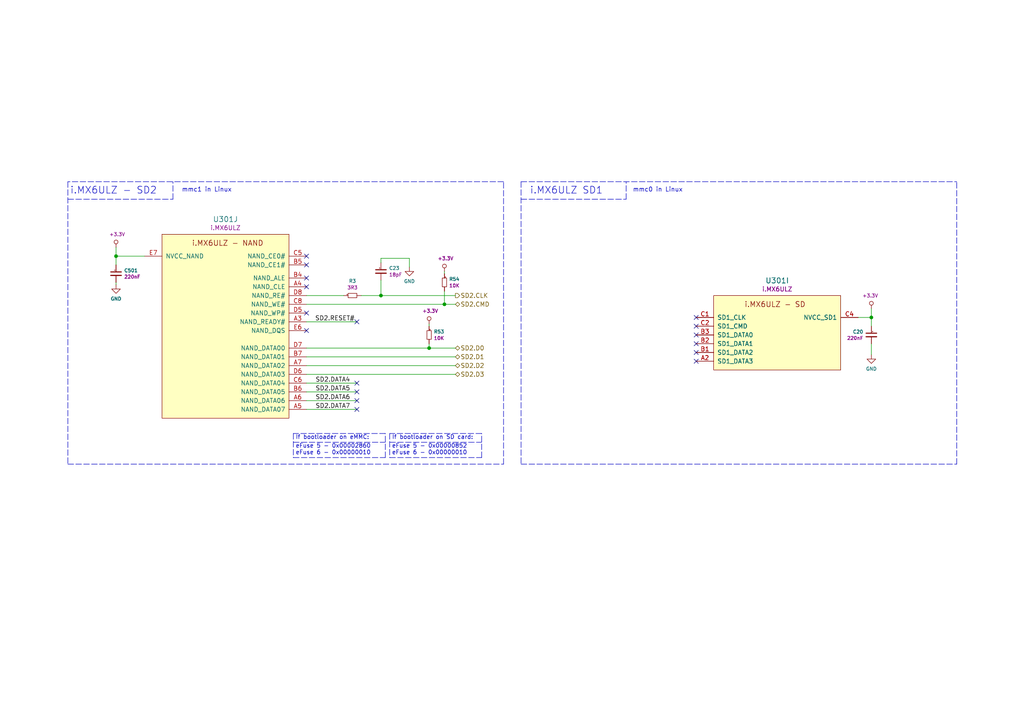
<source format=kicad_sch>
(kicad_sch (version 20211123) (generator eeschema)
  (paper "A4")
  (title_block (title "EX-PCB-10108-001") (date "2021-07-27") (rev "A") (company "OHN Electronics Inc.") (comment 1 "Uses NXP i.MX6ULx core design licensed from PolyVection UG, Germany") (comment 2 "Organelle 2 Processor board") (comment 4 "EX-PCB-10108-001 - Schematics"))
  (lib_symbols
    (symbol "PV-EC-CAP-011:PV-EC-CAP-011-220N" (pin_numbers hide) (pin_names (offset 0.254) hide)
      (property "Reference" "C" (at 2.54 1.27 0))
      (property "Description" "220nF" (at 2.54 0 0))
      (symbol "PV-EC-CAP-011-220N_0_1"
        (circle (center -0.381 0.9906) (radius 0.0762))
        (polyline (pts (xy -1.524 -0.508) (xy 1.524 -0.508)) (stroke (width 0.3302)))
        (polyline (pts (xy -1.524 0.508) (xy 1.524 0.508)) (stroke (width 0.3048)))
      )
      (symbol "PV-EC-CAP-011-220N_1_1"
        (pin passive line (at 0 2.54 270) (length 1.905) (name "~") (number "1"))
        (pin passive line (at 0 -2.54 90) (length 2.032) (name "~") (number "2"))
      )
    )
    (symbol "PV-EC-CAP-014:PV-EC-CAP-014-18P" (pin_numbers hide) (pin_names (offset 0.254) hide)
      (property "Reference" "C" (at 2.54 1.27 0))
      (property "Description" "18pF" (at 2.54 0 0))
      (symbol "PV-EC-CAP-014-18P_0_1"
        (circle (center -0.381 0.9906) (radius 0.0762))
        (polyline (pts (xy -1.524 -0.508) (xy 1.524 -0.508)) (stroke (width 0.3302)))
        (polyline (pts (xy -1.524 0.508) (xy 1.524 0.508)) (stroke (width 0.3048)))
      )
      (symbol "PV-EC-CAP-014-18P_1_1"
        (pin passive line (at 0 2.54 270) (length 1.905) (name "~") (number "1"))
        (pin passive line (at 0 -2.54 90) (length 2.032) (name "~") (number "2"))
      )
    )
    (symbol "PV-EC-PWR-003:+3.3V_INPUT" (power) (pin_names (offset 0))
      (property "Description" "+3.3V" (at 0 3.175 0))
      (symbol "+3.3V_INPUT_0_0"
        (pin power_in line (at 0 0 90) (length 0) hide (name "+3.3V") (number "1"))
      )
      (symbol "+3.3V_INPUT_0_1"
        (polyline (pts (xy 0 0) (xy 0 1.016) (xy 0 1.016)))
        (circle (center 0 1.5748) (radius 0.5588))
      )
    )
    (symbol "PV-EC-PWR-003:GND" (power) (pin_names (offset 0))
      (property "Value" "PV-EC-PWR-003_GND" (at 0 -3.81 0))
      (symbol "GND_0_1"
        (polyline (pts (xy 0 0) (xy 0 -1.27) (xy 1.27 -1.27) (xy 0 -2.54) (xy -1.27 -1.27) (xy 0 -1.27)))
      )
      (symbol "GND_1_1"
        (pin power_in line (at 0 0 270) (length 0) hide (name "GND") (number "1"))
      )
    )
    (symbol "PV-EC-RES-007:PV-EC-RES-007-10K" (pin_names hide)
      (property "Reference" "R" (at 0 2.54 0))
      (property "Description" "10K" (at 0 1.27 0))
      (symbol "PV-EC-RES-007-10K_0_1"
        (circle (center -1.5494 0.2794) (radius 0.0762))
        (polyline (pts (xy -1.27 0) (xy -1.27 0.635) (xy 1.27 0.635) (xy 1.27 -0.635) (xy -1.27 -0.635) (xy -1.27 0)))
      )
      (symbol "PV-EC-RES-007-10K_1_1"
        (pin passive line (at -2.54 0 0) (length 1.27) (name "1") (number "1"))
        (pin passive line (at 2.54 0 180) (length 1.27) (name "2") (number "2"))
      )
    )
    (symbol "PV-EC-RES-007:PV-EC-RES-007-3R3" (pin_names hide)
      (property "Reference" "R" (at 0 2.54 0))
      (property "Description" "3R3" (at 0 1.27 0))
      (symbol "PV-EC-RES-007-3R3_0_1"
        (circle (center -1.5494 0.2794) (radius 0.0762))
        (polyline (pts (xy -1.27 0) (xy -1.27 0.635) (xy 1.27 0.635) (xy 1.27 -0.635) (xy -1.27 -0.635) (xy -1.27 0)))
      )
      (symbol "PV-EC-RES-007-3R3_1_1"
        (pin passive line (at -2.54 0 0) (length 1.27) (name "1") (number "1"))
        (pin passive line (at 2.54 0 180) (length 1.27) (name "2") (number "2"))
      )
    )
    (symbol "PV-EC-SOC-003:PV-EC-SOC-003-004" (pin_names (offset 1.016))
      (property "Reference" "U" (at 0 76.2 0))
      (property "Description" "i.MX6ULZ" (at 0 73.66 0))
      (symbol "PV-EC-SOC-003-004_1_1"
        (rectangle (start -24.13 71.12) (end 24.13 -71.12) (fill (type background)))
        (text "i.MX6ULZ - POWER" (at 0 68.58 0) (effects (font (size 1.524 1.524))))
        (pin power_in line (at -29.21 -10.16 0) (length 5.08) (name "VSS1") (number "A1"))
        (pin power_in line (at -29.21 -12.7 0) (length 5.08) (name "VSS2") (number "A17"))
        (pin power_in line (at -29.21 -20.32 0) (length 5.08) (name "VSS5") (number "C11"))
        (pin power_in line (at -29.21 -22.86 0) (length 5.08) (name "VSS6") (number "C15"))
        (pin power_in line (at -29.21 -15.24 0) (length 5.08) (name "VSS3") (number "C3"))
        (pin power_in line (at -29.21 -17.78 0) (length 5.08) (name "VSS4") (number "C7"))
        (pin power_in line (at -29.21 -27.94 0) (length 5.08) (name "VSS8") (number "E11"))
        (pin power_in line (at -29.21 -25.4 0) (length 5.08) (name "VSS7") (number "E8"))
        (pin power_in line (at -29.21 -40.64 0) (length 5.08) (name "VSS13") (number "F10"))
        (pin power_in line (at -29.21 -43.18 0) (length 5.08) (name "VSS14") (number "F11"))
        (pin power_in line (at -29.21 -45.72 0) (length 5.08) (name "VSS15") (number "F12"))
        (pin power_in line (at -29.21 -30.48 0) (length 5.08) (name "VSS9") (number "F6"))
        (pin power_in line (at -29.21 -33.02 0) (length 5.08) (name "VSS10") (number "F7"))
        (pin power_in line (at -29.21 -35.56 0) (length 5.08) (name "VSS11") (number "F8"))
        (pin power_in line (at -29.21 -38.1 0) (length 5.08) (name "VSS12") (number "F9"))
        (pin passive line (at 29.21 58.42 180) (length 5.08) (name "VDD_ARM_CAP2") (number "G10"))
        (pin passive line (at 29.21 55.88 180) (length 5.08) (name "VDD_ARM_CAP3") (number "G11"))
        (pin power_in line (at -29.21 -55.88 0) (length 5.08) (name "VSS19") (number "G12"))
        (pin power_in line (at -29.21 -58.42 0) (length 5.08) (name "VSS20") (number "G15"))
        (pin power_in line (at -29.21 -48.26 0) (length 5.08) (name "VSS16") (number "G3"))
        (pin power_in line (at -29.21 -50.8 0) (length 5.08) (name "VSS17") (number "G5"))
        (pin power_in line (at -29.21 -53.34 0) (length 5.08) (name "VSS18") (number "G7"))
        (pin power_out line (at 29.21 48.26 180) (length 5.08) (name "VDD_SOC_CAP1") (number "G8"))
        (pin power_out line (at 29.21 60.96 180) (length 5.08) (name "VDD_ARM_CAP1") (number "G9"))
        (pin power_in line (at -29.21 44.45 0) (length 5.08) (name "VDD_SOC_IN2") (number "H10"))
        (pin passive line (at 29.21 53.34 180) (length 5.08) (name "VDD_ARM_CAP4") (number "H11"))
        (pin power_in line (at -29.21 -63.5 0) (length 5.08) (name "VSS22") (number "H12"))
        (pin power_in line (at -29.21 -60.96 0) (length 5.08) (name "VSS21") (number "H7"))
        (pin passive line (at 29.21 45.72 180) (length 5.08) (name "VDD_ARM_CAP2") (number "H8"))
        (pin power_in line (at -29.21 46.99 0) (length 5.08) (name "VDD_SOC_IN1") (number "H9"))
        (pin power_in line (at -29.21 39.37 0) (length 5.08) (name "VDD_SOC_IN4") (number "J10"))
        (pin passive line (at 29.21 40.64 180) (length 5.08) (name "VDD_ARM_CAP4") (number "J11"))
        (pin power_in line (at 29.21 -63.5 180) (length 5.08) (name "VSS25") (number "J12"))
        (pin power_in line (at -29.21 -66.04 0) (length 5.08) (name "VSS23") (number "J5"))
        (pin power_in line (at 29.21 -66.04 180) (length 5.08) (name "VSS24") (number "J7"))
        (pin passive line (at 29.21 43.18 180) (length 5.08) (name "VDD_ARM_CAP3") (number "J8"))
        (pin power_in line (at -29.21 41.91 0) (length 5.08) (name "VDD_SOC_IN3") (number "J9"))
        (pin power_in line (at -29.21 34.29 0) (length 5.08) (name "VDD_SOC_IN6") (number "K10"))
        (pin passive line (at 29.21 35.56 180) (length 5.08) (name "VDD_ARM_CAP6") (number "K11"))
        (pin power_in line (at 29.21 -58.42 180) (length 5.08) (name "VSS27") (number "K12"))
        (pin power_in line (at 29.21 -60.96 180) (length 5.08) (name "VSS26") (number "K7"))
        (pin passive line (at 29.21 38.1 180) (length 5.08) (name "VDD_ARM_CAP5") (number "K8"))
        (pin power_in line (at -29.21 36.83 0) (length 5.08) (name "VDD_SOC_IN5") (number "K9"))
        (pin passive line (at 29.21 27.94 180) (length 5.08) (name "VDD_ARM_CAP9") (number "L10"))
        (pin passive line (at 29.21 25.4 180) (length 5.08) (name "VDD_ARM_CAP10") (number "L11"))
        (pin power_in line (at 29.21 -50.8 180) (length 5.08) (name "VSS30") (number "L12"))
        (pin power_in line (at 29.21 -55.88 180) (length 5.08) (name "VSS28") (number "L3"))
        (pin power_in line (at 29.21 -53.34 180) (length 5.08) (name "VSS29") (number "L7"))
        (pin passive line (at 29.21 33.02 180) (length 5.08) (name "VDD_ARM_CAP7") (number "L8"))
        (pin passive line (at 29.21 30.48 180) (length 5.08) (name "VDD_ARM_CAP8") (number "L9"))
        (pin power_in line (at 29.21 -40.64 180) (length 5.08) (name "VSS34") (number "M10"))
        (pin power_in line (at 29.21 -38.1 180) (length 5.08) (name "VSS35") (number "M11"))
        (pin power_in line (at -29.21 -7.62 0) (length 5.08) (name "NGND_KEL0") (number "M12"))
        (pin power_in line (at 29.21 -48.26 180) (length 5.08) (name "VSS31") (number "M7"))
        (pin power_in line (at 29.21 -45.72 180) (length 5.08) (name "VSS32") (number "M8"))
        (pin power_in line (at 29.21 -43.18 180) (length 5.08) (name "VSS33") (number "M9"))
        (pin power_out line (at 29.21 6.35 180) (length 5.08) (name "VDD_SNVS_CAP") (number "N12"))
        (pin power_in line (at -29.21 17.78 0) (length 5.08) (name "VDD_HIGH_IN") (number "N13"))
        (pin power_in line (at 29.21 -35.56 180) (length 5.08) (name "VSS36") (number "N3"))
        (pin power_in line (at 29.21 -33.02 180) (length 5.08) (name "VSS37") (number "N5"))
        (pin power_in line (at -29.21 6.35 0) (length 5.08) (name "VDD_SNVS_IN") (number "P12"))
        (pin power_out line (at 29.21 11.43 180) (length 5.08) (name "NVCC_PLL") (number "P13"))
        (pin power_in line (at 29.21 -22.86 180) (length 5.08) (name "VSS41") (number "R11"))
        (pin power_out line (at 29.21 19.05 180) (length 5.08) (name "VDD_HIGH_CAP1") (number "R14"))
        (pin passive line (at 29.21 16.51 180) (length 5.08) (name "VDD_HIGH_CAP2") (number "R15"))
        (pin power_in line (at 29.21 -20.32 180) (length 5.08) (name "VSS42") (number "R16"))
        (pin power_in line (at 29.21 -17.78 180) (length 5.08) (name "VSS43") (number "R17"))
        (pin power_in line (at 29.21 -30.48 180) (length 5.08) (name "VSS38") (number "R3"))
        (pin power_in line (at 29.21 -27.94 180) (length 5.08) (name "VSS39") (number "R5"))
        (pin power_in line (at 29.21 -25.4 180) (length 5.08) (name "VSS40") (number "R7"))
        (pin power_in line (at 29.21 -15.24 180) (length 5.08) (name "VSS44") (number "T14"))
        (pin power_in line (at 29.21 -12.7 180) (length 5.08) (name "VSS45") (number "U1"))
        (pin power_in line (at 29.21 -10.16 180) (length 5.08) (name "VSS46") (number "U14"))
        (pin power_in line (at 29.21 -7.62 180) (length 5.08) (name "VSS47") (number "U17"))
      )
      (symbol "PV-EC-SOC-003-004_2_1"
        (rectangle (start -27.94 50.8) (end 27.94 -44.45) (fill (type background)))
        (polyline (pts (xy 11.43 -38.1) (xy 11.43 -43.18)))
        (text "i.MX6ULZ - CONTROL" (at 0 48.26 0) (effects (font (size 1.524 1.524))))
        (text "ULZ: GPIO ONLY" (at 2.54 -40.64 0) (effects (font (size 1.27 1.27))))
        (pin bidirectional line (at 33.02 -39.37 180) (length 5.08) (name "UART5_TX_DATA") (number "F17"))
        (pin bidirectional line (at 33.02 -41.91 180) (length 5.08) (name "UART5_RX_DATA") (number "G13"))
        (pin bidirectional line (at 33.02 -24.13 180) (length 5.08) (name "UART3_RTS#") (number "G14"))
        (pin bidirectional line (at 33.02 -34.29 180) (length 5.08) (name "UART4_RX_DATA") (number "G16"))
        (pin bidirectional line (at 33.02 -31.75 180) (length 5.08) (name "UART4_TX_DATA") (number "G17"))
        (pin power_in line (at 33.02 11.43 180) (length 5.08) (name "NVCC_UART") (number "H13"))
        (pin output line (at 33.02 -11.43 180) (length 5.08) (name "UART2_RTS#") (number "H14"))
        (pin bidirectional line (at 33.02 -26.67 180) (length 5.08) (name "UART3_CTS#") (number "H15"))
        (pin bidirectional line (at 33.02 -21.59 180) (length 5.08) (name "UART3_RX_DATA") (number "H16"))
        (pin output line (at 33.02 -19.05 180) (length 5.08) (name "UART3_TX_DATA") (number "H17"))
        (pin bidirectional line (at 33.02 1.27 180) (length 5.08) (name "UART1_RTS#") (number "J14"))
        (pin bidirectional line (at 33.02 -13.97 180) (length 5.08) (name "UART2_CTS#") (number "J15"))
        (pin bidirectional line (at 33.02 -8.89 180) (length 5.08) (name "UART2_RX_DATA") (number "J16"))
        (pin bidirectional line (at 33.02 -6.35 180) (length 5.08) (name "UART2_TX_DATA") (number "J17"))
        (pin bidirectional line (at 33.02 6.35 180) (length 5.08) (name "UART1_TX_DATA") (number "K14"))
        (pin bidirectional line (at 33.02 -1.27 180) (length 5.08) (name "UART1_CTS#") (number "K15"))
        (pin bidirectional line (at 33.02 3.81 180) (length 5.08) (name "UART1_RX_DATA") (number "K16"))
        (pin bidirectional line (at 33.02 43.18 180) (length 5.08) (name "JTAG_TCK") (number "M14"))
        (pin bidirectional line (at -33.02 11.43 0) (length 5.08) (name "SNVS_TAMPER7") (number "N10"))
        (pin bidirectional line (at -33.02 13.97 0) (length 5.08) (name "SNVS_TAMPER6") (number "N11"))
        (pin bidirectional line (at 33.02 33.02 180) (length 5.08) (name "JTAG_TRST#") (number "N14"))
        (pin bidirectional line (at 33.02 35.56 180) (length 5.08) (name "JTAG_TDO") (number "N15"))
        (pin bidirectional line (at 33.02 38.1 180) (length 5.08) (name "JTAG_TDI") (number "N16"))
        (pin passive line (at -33.02 34.29 0) (length 5.08) (name "TEST_MODE") (number "N7"))
        (pin bidirectional line (at -33.02 16.51 0) (length 5.08) (name "SNVS_TAMPER5") (number "N8"))
        (pin bidirectional line (at -33.02 8.89 0) (length 5.08) (name "SNVS_TAMPER8") (number "N9"))
        (pin bidirectional line (at -33.02 21.59 0) (length 5.08) (name "SNVS_TAMPER3") (number "P10"))
        (pin bidirectional line (at -33.02 24.13 0) (length 5.08) (name "SNVS_TAMPER2") (number "P11"))
        (pin bidirectional line (at 33.02 40.64 180) (length 5.08) (name "JTAG_TMS") (number "P14"))
        (pin bidirectional line (at 33.02 30.48 180) (length 5.08) (name "JTAG_MOD") (number "P15"))
        (pin bidirectional line (at 33.02 22.86 180) (length 5.08) (name "CCM_CLK1_N") (number "P16"))
        (pin bidirectional line (at 33.02 20.32 180) (length 5.08) (name "CCM_CLK1_P") (number "P17"))
        (pin input line (at -33.02 43.18 0) (length 5.08) (name "POR#") (number "P8"))
        (pin bidirectional line (at -33.02 19.05 0) (length 5.08) (name "SNVS_TAMPER4") (number "P9"))
        (pin bidirectional line (at -33.02 29.21 0) (length 5.08) (name "SNVS_TAMPER0") (number "R10"))
        (pin no_connect line (at -33.02 -34.29 0) (length 5.08) (name "GPANAIO") (number "R13"))
        (pin bidirectional line (at -33.02 6.35 0) (length 5.08) (name "SNVS_TAMPER9") (number "R6"))
        (pin input line (at -33.02 45.72 0) (length 5.08) (name "ONOFF") (number "R8"))
        (pin bidirectional line (at -33.02 26.67 0) (length 5.08) (name "SNVS_TAMPER1") (number "R9"))
        (pin bidirectional line (at -33.02 39.37 0) (length 5.08) (name "BOOT_MODE0") (number "T10"))
        (pin input line (at -33.02 -22.86 0) (length 5.08) (name "RTC_XTALI") (number "T11"))
        (pin input line (at -33.02 -13.97 0) (length 5.08) (name "XTALI") (number "T16"))
        (pin output line (at -33.02 -16.51 0) (length 5.08) (name "XTALO") (number "T17"))
        (pin output line (at -33.02 -8.89 0) (length 5.08) (name "SNVS_PMIC_ON_REQ") (number "T9"))
        (pin bidirectional line (at -33.02 36.83 0) (length 5.08) (name "BOOT_MODE1") (number "U10"))
        (pin output line (at -33.02 -25.4 0) (length 5.08) (name "RTC_XTALO") (number "U11"))
        (pin output line (at -33.02 -6.35 0) (length 5.08) (name "CCM_PMIC_STBY_REQ") (number "U9"))
      )
      (symbol "PV-EC-SOC-003-004_3_1"
        (rectangle (start -27.94 58.42) (end 27.94 -45.72) (fill (type background)))
        (text "i.MX6ULZ - DDR" (at -1.27 55.88 0) (effects (font (size 1.524 1.524))))
        (pin output line (at 33.02 -8.89 180) (length 5.08) (name "DRAM_ODT1") (number "F1"))
        (pin output line (at -33.02 16.51 0) (length 5.08) (name "DRAM_ADDR14") (number "G1"))
        (pin output line (at -33.02 36.83 0) (length 5.08) (name "DRAM_ADDR06") (number "G2"))
        (pin output line (at -33.02 -29.21 0) (length 5.08) (name "DRAM_RESET") (number "G4"))
        (pin power_in line (at 33.02 -27.94 180) (length 5.08) (name "NVCC_DRAM1") (number "G6"))
        (pin output line (at -33.02 6.35 0) (length 5.08) (name "DRAM_SDBA1") (number "H1"))
        (pin output line (at -33.02 49.53 0) (length 5.08) (name "DRAM_ADDR01") (number "H2"))
        (pin output line (at -33.02 19.05 0) (length 5.08) (name "DRAM_ADDR13") (number "H3"))
        (pin output line (at -33.02 34.29 0) (length 5.08) (name "DRAM_ADDR07") (number "H4"))
        (pin output line (at -33.02 -6.35 0) (length 5.08) (name "DRAM_CS1#") (number "H5"))
        (pin power_in line (at 33.02 -30.48 180) (length 5.08) (name "NVCC_DRAM2") (number "H6"))
        (pin bidirectional line (at -33.02 -15.24 0) (length 5.08) (name "DRAM_SDWE#") (number "J1"))
        (pin bidirectional line (at -33.02 -12.7 0) (length 5.08) (name "DRAM_CAS#") (number "J2"))
        (pin output line (at 33.02 -16.51 180) (length 5.08) (name "DRAM_SDCKE1") (number "J3"))
        (pin output line (at -33.02 31.75 0) (length 5.08) (name "DRAM_ADDR08") (number "J4"))
        (pin power_in line (at 33.02 -33.02 180) (length 5.08) (name "NVCC_DRAM3") (number "J6"))
        (pin output line (at -33.02 46.99 0) (length 5.08) (name "DRAM_ADDR02") (number "K1"))
        (pin output line (at -33.02 3.81 0) (length 5.08) (name "DRAM_SDBA2") (number "K2"))
        (pin output line (at -33.02 24.13 0) (length 5.08) (name "DRAM_ADDR11") (number "K3"))
        (pin output line (at -33.02 41.91 0) (length 5.08) (name "DRAM_ADDR04") (number "K4"))
        (pin output line (at -33.02 13.97 0) (length 5.08) (name "DRAM_ADDR15") (number "K5"))
        (pin power_in line (at 33.02 -35.56 180) (length 5.08) (name "NVCC_DRAM4") (number "K6"))
        (pin output line (at -33.02 39.37 0) (length 5.08) (name "DRAM_ADDR05") (number "L1"))
        (pin output line (at -33.02 29.21 0) (length 5.08) (name "DRAM_ADDR09") (number "L2"))
        (pin output line (at -33.02 21.59 0) (length 5.08) (name "DRAM_ADDR12") (number "L4"))
        (pin output line (at -33.02 52.07 0) (length 5.08) (name "DRAM_ADDR00") (number "L5"))
        (pin power_in line (at 33.02 -38.1 180) (length 5.08) (name "NVCC_DRAM5") (number "L6"))
        (pin output line (at -33.02 8.89 0) (length 5.08) (name "DRAM_SDBA0") (number "M1"))
        (pin output line (at -33.02 44.45 0) (length 5.08) (name "DRAM_ADDR03") (number "M2"))
        (pin output line (at 33.02 -19.05 180) (length 5.08) (name "DRAM_SDCKE0") (number "M3"))
        (pin output line (at -33.02 26.67 0) (length 5.08) (name "DRAM_ADDR10") (number "M4"))
        (pin bidirectional line (at -33.02 -10.16 0) (length 5.08) (name "DRAM_RAS#") (number "M5"))
        (pin power_in line (at 33.02 -40.64 180) (length 5.08) (name "NVCC_DRAM6") (number "M6"))
        (pin output line (at 33.02 -11.43 180) (length 5.08) (name "DRAM_ODT0") (number "N1"))
        (pin output line (at -33.02 -3.81 0) (length 5.08) (name "DRAM_CS0#") (number "N2"))
        (pin output line (at -33.02 -33.02 0) (length 5.08) (name "DRAM_ZQPAD") (number "N4"))
        (pin input line (at -33.02 -36.83 0) (length 5.08) (name "NVCC_DRAM_2P5") (number "N6"))
        (pin output line (at -33.02 -20.32 0) (length 5.08) (name "DRAM_SDCLK0_P") (number "P1"))
        (pin output line (at -33.02 -22.86 0) (length 5.08) (name "DRAM_SDCLK0_N") (number "P2"))
        (pin bidirectional line (at 33.02 10.16 180) (length 5.08) (name "DRAM_DATA13") (number "P3"))
        (pin power_in line (at -33.02 -40.64 0) (length 5.08) (name "DRAM_VREF") (number "P4"))
        (pin bidirectional line (at 33.02 12.7 180) (length 5.08) (name "DRAM_DATA12") (number "P5"))
        (pin output line (at 33.02 31.75 180) (length 5.08) (name "DRAM_SDQS0_P") (number "P6"))
        (pin output line (at 33.02 29.21 180) (length 5.08) (name "DRAM_SDQS0_N") (number "P7"))
        (pin bidirectional line (at 33.02 5.08 180) (length 5.08) (name "DRAM_DATA15") (number "R1"))
        (pin bidirectional line (at 33.02 7.62 180) (length 5.08) (name "DRAM_DATA14") (number "R2"))
        (pin bidirectional line (at 33.02 15.24 180) (length 5.08) (name "DRAM_DATA11") (number "R4"))
        (pin output line (at 33.02 2.54 180) (length 5.08) (name "DRAM_SDQS1_P") (number "T1"))
        (pin output line (at 33.02 0 180) (length 5.08) (name "DRAM_SDQS1_N") (number "T2"))
        (pin output line (at 33.02 -2.54 180) (length 5.08) (name "DRAM_DQM1") (number "T3"))
        (pin bidirectional line (at 33.02 52.07 180) (length 5.08) (name "DRAM_DATA00") (number "T4"))
        (pin bidirectional line (at 33.02 36.83 180) (length 5.08) (name "DRAM_DATA06") (number "T5"))
        (pin bidirectional line (at 33.02 46.99 180) (length 5.08) (name "DRAM_DATA02") (number "T6"))
        (pin output line (at 33.02 26.67 180) (length 5.08) (name "DRAM_DQM0") (number "T7"))
        (pin bidirectional line (at 33.02 39.37 180) (length 5.08) (name "DRAM_DATA05") (number "T8"))
        (pin bidirectional line (at 33.02 22.86 180) (length 5.08) (name "DRAM_DATA08") (number "U2"))
        (pin bidirectional line (at 33.02 20.32 180) (length 5.08) (name "DRAM_DATA09") (number "U3"))
        (pin bidirectional line (at 33.02 34.29 180) (length 5.08) (name "DRAM_DATA07") (number "U4"))
        (pin bidirectional line (at 33.02 17.78 180) (length 5.08) (name "DRAM_DATA10") (number "U5"))
        (pin bidirectional line (at 33.02 49.53 180) (length 5.08) (name "DRAM_DATA01") (number "U6"))
        (pin bidirectional line (at 33.02 44.45 180) (length 5.08) (name "DRAM_DATA03") (number "U7"))
        (pin bidirectional line (at 33.02 41.91 180) (length 5.08) (name "DRAM_DATA04") (number "U8"))
      )
      (symbol "PV-EC-SOC-003-004_4_0"
        (rectangle (start -6.35 39.37) (end 8.89 36.83))
      )
      (symbol "PV-EC-SOC-003-004_4_1"
        (rectangle (start -16.51 57.15) (end 20.32 -25.4) (fill (type background)))
        (text "i.MX6ULZ - LCD" (at 1.27 54.61 0) (effects (font (size 1.524 1.524))))
        (text "ULZ: NO LCD" (at 1.27 38.1 0) (effects (font (size 1.27 1.27))))
        (pin bidirectional line (at 25.4 20.32 180) (length 5.08) (name "LCD_DATA06") (number "A10"))
        (pin bidirectional line (at 25.4 12.7 180) (length 5.08) (name "LCD_DATA09") (number "A11"))
        (pin bidirectional line (at 25.4 0 180) (length 5.08) (name "LCD_DATA14") (number "A12"))
        (pin bidirectional line (at 25.4 -10.16 180) (length 5.08) (name "LCD_DATA18") (number "A13"))
        (pin bidirectional line (at 25.4 -20.32 180) (length 5.08) (name "LCD_DATA22") (number "A14"))
        (pin bidirectional line (at 25.4 50.8 180) (length 5.08) (name "LCD_CLK") (number "A8"))
        (pin bidirectional line (at 25.4 33.02 180) (length 5.08) (name "LCD_DATA01") (number "A9"))
        (pin bidirectional line (at 25.4 22.86 180) (length 5.08) (name "LCD_DATA05") (number "B10"))
        (pin bidirectional line (at 25.4 15.24 180) (length 5.08) (name "LCD_DATA08") (number "B11"))
        (pin bidirectional line (at 25.4 2.54 180) (length 5.08) (name "LCD_DATA13") (number "B12"))
        (pin bidirectional line (at 25.4 -7.62 180) (length 5.08) (name "LCD_DATA17") (number "B13"))
        (pin bidirectional line (at 25.4 -17.78 180) (length 5.08) (name "LCD_DATA21") (number "B14"))
        (pin bidirectional line (at 25.4 -22.86 180) (length 5.08) (name "LCD_DATA23") (number "B16"))
        (pin bidirectional line (at 25.4 48.26 180) (length 5.08) (name "LCD_ENABLE") (number "B8"))
        (pin bidirectional line (at 25.4 35.56 180) (length 5.08) (name "LCD_DATA00") (number "B9"))
        (pin bidirectional line (at 25.4 25.4 180) (length 5.08) (name "LCD_DATA04") (number "C10"))
        (pin bidirectional line (at 25.4 5.08 180) (length 5.08) (name "LCD_DATA12") (number "C12"))
        (pin bidirectional line (at 25.4 -5.08 180) (length 5.08) (name "LCD_DATA16") (number "C13"))
        (pin bidirectional line (at 25.4 -15.24 180) (length 5.08) (name "LCD_DATA20") (number "C14"))
        (pin bidirectional line (at 25.4 43.18 180) (length 5.08) (name "LCD_VSYNC") (number "C9"))
        (pin bidirectional line (at 25.4 27.94 180) (length 5.08) (name "LCD_DATA03") (number "D10"))
        (pin bidirectional line (at 25.4 17.78 180) (length 5.08) (name "LCD_DATA07") (number "D11"))
        (pin bidirectional line (at 25.4 7.62 180) (length 5.08) (name "LCD_DATA11") (number "D12"))
        (pin bidirectional line (at 25.4 -2.54 180) (length 5.08) (name "LCD_DATA15") (number "D13"))
        (pin bidirectional line (at 25.4 -12.7 180) (length 5.08) (name "LCD_DATA19") (number "D14"))
        (pin bidirectional line (at 25.4 45.72 180) (length 5.08) (name "LCD_HSYNC") (number "D9"))
        (pin bidirectional line (at 25.4 30.48 180) (length 5.08) (name "LCD_DATA02") (number "E10"))
        (pin bidirectional line (at 25.4 10.16 180) (length 5.08) (name "LCD_DATA10") (number "E12"))
        (pin power_in line (at -21.59 50.8 0) (length 5.08) (name "NVCC_LCD") (number "E13"))
        (pin bidirectional line (at 25.4 40.64 180) (length 5.08) (name "LCD_RESET") (number "E9"))
      )
      (symbol "PV-EC-SOC-003-004_5_0"
        (rectangle (start -12.7 25.4) (end 24.13 -13.97) (fill (type background)))
      )
      (symbol "PV-EC-SOC-003-004_5_1"
        (rectangle (start -2.54 10.16) (end 10.16 7.62))
        (text "i.MX6ULZ - CSI" (at 6.35 22.86 0) (effects (font (size 1.524 1.524))))
        (text "ULZ: NO CSI" (at 3.81 8.89 0) (effects (font (size 1.27 1.27))))
        (pin bidirectional line (at 29.21 -11.43 180) (length 5.08) (name "CSI_DATA07") (number "D1"))
        (pin bidirectional line (at 29.21 -8.89 180) (length 5.08) (name "CSI_DATA06") (number "D2"))
        (pin bidirectional line (at 29.21 -6.35 180) (length 5.08) (name "CSI_DATA05") (number "D3"))
        (pin bidirectional line (at 29.21 -3.81 180) (length 5.08) (name "CSI_DATA04") (number "D4"))
        (pin bidirectional line (at 29.21 -1.27 180) (length 5.08) (name "CSI_DATA03") (number "E1"))
        (pin bidirectional line (at 29.21 1.27 180) (length 5.08) (name "CSI_DATA02") (number "E2"))
        (pin bidirectional line (at 29.21 3.81 180) (length 5.08) (name "CSI_DATA01") (number "E3"))
        (pin bidirectional line (at 29.21 6.35 180) (length 5.08) (name "CSI_DATA00") (number "E4"))
        (pin bidirectional line (at 29.21 16.51 180) (length 5.08) (name "CSI_PIXCLK") (number "E5"))
        (pin bidirectional line (at 29.21 13.97 180) (length 5.08) (name "CSI_VSYNC") (number "F2"))
        (pin bidirectional line (at 29.21 11.43 180) (length 5.08) (name "CSI_HSYNC") (number "F3"))
        (pin power_in line (at -17.78 19.05 0) (length 5.08) (name "NVCC_CSI") (number "F4"))
        (pin bidirectional line (at 29.21 19.05 180) (length 5.08) (name "CSI_MCLK") (number "F5"))
      )
      (symbol "PV-EC-SOC-003-004_6_0"
        (rectangle (start -19.05 22.86) (end 17.78 -5.08) (fill (type background)))
      )
      (symbol "PV-EC-SOC-003-004_6_1"
        (text "i.MX6ULZ - USB" (at 0 20.32 0) (effects (font (size 1.524 1.524))))
        (pin power_out line (at 22.86 -1.27 180) (length 5.08) (name "VDD_USB_CAP") (number "R12"))
        (pin power_in line (at -24.13 15.24 0) (length 5.08) (name "USB_OTG1_VBUS") (number "T12"))
        (pin bidirectional line (at 22.86 8.89 180) (length 5.08) (name "USB_OTG2_DN") (number "T13"))
        (pin bidirectional line (at 22.86 15.24 180) (length 5.08) (name "USB_OTG1_DN") (number "T15"))
        (pin power_in line (at -24.13 12.7 0) (length 5.08) (name "USB_OTG2_VBUS") (number "U12"))
        (pin bidirectional line (at 22.86 6.35 180) (length 5.08) (name "USB_OTG2_DP") (number "U13"))
        (pin bidirectional line (at 22.86 12.7 180) (length 5.08) (name "USB_OTG1_DP") (number "U15"))
        (pin input line (at 22.86 2.54 180) (length 5.08) (name "USB_OTG1_CHD#") (number "U16"))
      )
      (symbol "PV-EC-SOC-003-004_7_1"
        (rectangle (start -13.97 12.7) (end 22.86 -2.54) (fill (type background)))
        (rectangle (start 3.81 5.08) (end 16.51 2.54))
        (text "i.MX6ULZ - ADC" (at 5.08 10.795 0) (effects (font (size 1.524 1.524))))
        (text "ULZ: NO ADC" (at 10.16 3.81 0) (effects (font (size 1.27 1.27))))
        (pin power_in line (at -19.05 7.62 0) (length 5.08) (name "VDDA_ADC_3P3") (number "L13"))
        (pin power_in line (at -19.05 1.27 0) (length 5.08) (name "ADC_VREFH") (number "M13"))
      )
      (symbol "PV-EC-SOC-003-004_8_1"
        (rectangle (start -19.05 35.56) (end 17.78 -15.24) (fill (type background)))
        (rectangle (start -15.24 8.89) (end 0 6.35))
        (text "i.MX6ULZ - ENET" (at -1.27 33.02 0) (effects (font (size 1.524 1.524))))
        (text "ULZ: NO ENET" (at -7.62 7.62 0) (effects (font (size 1.27 1.27))))
        (pin bidirectional line (at 22.86 5.08 180) (length 5.08) (name "ENET2_TX_DATA0") (number "A15"))
        (pin bidirectional line (at 22.86 2.54 180) (length 5.08) (name "ENET2_TX_DATA1") (number "A16"))
        (pin bidirectional line (at 22.86 0 180) (length 5.08) (name "ENET2_TX_EN") (number "B15"))
        (pin bidirectional line (at 22.86 -12.7 180) (length 5.08) (name "ENET2_RX_EN") (number "B17"))
        (pin bidirectional line (at 22.86 -7.62 180) (length 5.08) (name "ENET2_RX_DATA1") (number "C16"))
        (pin bidirectional line (at 22.86 -5.08 180) (length 5.08) (name "ENET2_RX_DATA0") (number "C17"))
        (pin bidirectional line (at 22.86 12.7 180) (length 5.08) (name "ENET1_RX_ER") (number "D15"))
        (pin bidirectional line (at 22.86 -10.16 180) (length 5.08) (name "ENET2_RX_ER") (number "D16"))
        (pin bidirectional line (at 22.86 -2.54 180) (length 5.08) (name "ENET2_TX_CLK") (number "D17"))
        (pin bidirectional line (at 22.86 25.4 180) (length 5.08) (name "ENET1_TX_DATA1") (number "E14"))
        (pin bidirectional line (at 22.86 27.94 180) (length 5.08) (name "ENET1_TX_DATA0") (number "E15"))
        (pin bidirectional line (at 22.86 10.16 180) (length 5.08) (name "ENET1_RX_EN") (number "E16"))
        (pin bidirectional line (at 22.86 15.24 180) (length 5.08) (name "ENET1_RX_DATA1") (number "E17"))
        (pin power_in line (at -24.13 27.94 0) (length 5.08) (name "NVCC_ENET") (number "F13"))
        (pin bidirectional line (at 22.86 20.32 180) (length 5.08) (name "ENET1_TX_CLK") (number "F14"))
        (pin bidirectional line (at 22.86 22.86 180) (length 5.08) (name "ENET1_TX_EN") (number "F15"))
        (pin bidirectional line (at 22.86 17.78 180) (length 5.08) (name "ENET1_RX_DATA0") (number "F16"))
      )
      (symbol "PV-EC-SOC-003-004_9_1"
        (rectangle (start -20.32 15.24) (end 16.51 -6.35) (fill (type background)))
        (text "i.MX6ULZ - SD" (at -1.27 12.7 0) (effects (font (size 1.524 1.524))))
        (pin bidirectional line (at 21.59 -3.81 180) (length 5.08) (name "SD1_DATA3") (number "A2"))
        (pin bidirectional line (at 21.59 -1.27 180) (length 5.08) (name "SD1_DATA2") (number "B1"))
        (pin bidirectional line (at 21.59 1.27 180) (length 5.08) (name "SD1_DATA1") (number "B2"))
        (pin bidirectional line (at 21.59 3.81 180) (length 5.08) (name "SD1_DATA0") (number "B3"))
        (pin bidirectional line (at 21.59 8.89 180) (length 5.08) (name "SD1_CLK") (number "C1"))
        (pin bidirectional line (at 21.59 6.35 180) (length 5.08) (name "SD1_CMD") (number "C2"))
        (pin power_in line (at -25.4 8.89 0) (length 5.08) (name "NVCC_SD1") (number "C4"))
      )
      (symbol "PV-EC-SOC-003-004_10_1"
        (rectangle (start -25.4 35.56) (end 11.43 -17.78) (fill (type background)))
        (text "i.MX6ULZ - NAND" (at -6.35 33.02 0) (effects (font (size 1.524 1.524))))
        (pin bidirectional line (at 16.51 10.16 180) (length 5.08) (name "NAND_READY#") (number "A3"))
        (pin bidirectional line (at 16.51 20.32 180) (length 5.08) (name "NAND_CLE") (number "A4"))
        (pin bidirectional line (at 16.51 -15.24 180) (length 5.08) (name "NAND_DATA07") (number "A5"))
        (pin bidirectional line (at 16.51 -12.7 180) (length 5.08) (name "NAND_DATA06") (number "A6"))
        (pin bidirectional line (at 16.51 -2.54 180) (length 5.08) (name "NAND_DATA02") (number "A7"))
        (pin bidirectional line (at 16.51 22.86 180) (length 5.08) (name "NAND_ALE") (number "B4"))
        (pin bidirectional line (at 16.51 26.67 180) (length 5.08) (name "NAND_CE1#") (number "B5"))
        (pin bidirectional line (at 16.51 -10.16 180) (length 5.08) (name "NAND_DATA05") (number "B6"))
        (pin bidirectional line (at 16.51 0 180) (length 5.08) (name "NAND_DATA01") (number "B7"))
        (pin bidirectional line (at 16.51 29.21 180) (length 5.08) (name "NAND_CE0#") (number "C5"))
        (pin bidirectional line (at 16.51 -7.62 180) (length 5.08) (name "NAND_DATA04") (number "C6"))
        (pin bidirectional line (at 16.51 15.24 180) (length 5.08) (name "NAND_WE#") (number "C8"))
        (pin bidirectional line (at 16.51 12.7 180) (length 5.08) (name "NAND_WP#") (number "D5"))
        (pin bidirectional line (at 16.51 -5.08 180) (length 5.08) (name "NAND_DATA03") (number "D6"))
        (pin bidirectional line (at 16.51 2.54 180) (length 5.08) (name "NAND_DATA00") (number "D7"))
        (pin bidirectional line (at 16.51 17.78 180) (length 5.08) (name "NAND_RE#") (number "D8"))
        (pin bidirectional line (at 16.51 7.62 180) (length 5.08) (name "NAND_DQS") (number "E6"))
        (pin power_in line (at -30.48 29.21 0) (length 5.08) (name "NVCC_NAND") (number "E7"))
      )
      (symbol "PV-EC-SOC-003-004_11_1"
        (rectangle (start -16.51 15.24) (end 20.32 -15.24) (fill (type background)))
        (text "i.MX6ULZ - GPIO" (at 1.27 13.335 0) (effects (font (size 1.524 1.524))))
        (pin power_in line (at -21.59 10.16 0) (length 5.08) (name "NVCC_GPIO") (number "J13"))
        (pin bidirectional line (at 25.4 10.16 180) (length 5.08) (name "GPIO1_IO00") (number "K13"))
        (pin bidirectional line (at 25.4 -5.08 180) (length 5.08) (name "GPIO1_IO06") (number "K17"))
        (pin bidirectional line (at 25.4 5.08 180) (length 5.08) (name "GPIO1_IO02") (number "L14"))
        (pin bidirectional line (at 25.4 7.62 180) (length 5.08) (name "GPIO1_IO01") (number "L15"))
        (pin bidirectional line (at 25.4 -7.62 180) (length 5.08) (name "GPIO1_IO07") (number "L16"))
        (pin bidirectional line (at 25.4 2.54 180) (length 5.08) (name "GPIO1_IO03") (number "L17"))
        (pin bidirectional line (at 25.4 -12.7 180) (length 5.08) (name "GPIO1_IO09") (number "M15"))
        (pin bidirectional line (at 25.4 0 180) (length 5.08) (name "GPIO1_IO04") (number "M16"))
        (pin bidirectional line (at 25.4 -2.54 180) (length 5.08) (name "GPIO1_IO05") (number "M17"))
        (pin bidirectional line (at 25.4 -10.16 180) (length 5.08) (name "GPIO1_IO08") (number "N17"))
      )
    )
  )
  (junction (at 124.46 100.965))
  (junction (at 110.49 85.725))
  (junction (at 128.905 88.265))
  (junction (at 252.73 92.075))
  (junction (at 33.655 74.295))
  (no_connect (at 88.9 83.185))
  (no_connect (at 103.505 113.665))
  (no_connect (at 88.9 80.645))
  (no_connect (at 103.505 118.745))
  (no_connect (at 201.93 97.155))
  (no_connect (at 201.93 92.075))
  (no_connect (at 201.93 94.615))
  (no_connect (at 103.505 111.125))
  (no_connect (at 88.9 76.835))
  (no_connect (at 103.505 93.345))
  (no_connect (at 103.505 116.205))
  (no_connect (at 88.9 90.805))
  (no_connect (at 88.9 74.295))
  (no_connect (at 201.93 104.775))
  (no_connect (at 201.93 102.235))
  (no_connect (at 88.9 95.885))
  (no_connect (at 201.93 99.695))
  (polyline (pts (xy 139.7 125.73) (xy 113.03 125.73)))
  (wire (pts (xy 110.49 76.2) (xy 110.49 74.93)))
  (wire (pts (xy 33.655 76.835) (xy 33.655 74.295)))
  (polyline (pts (xy 151.13 134.62) (xy 277.495 134.62)))
  (wire (pts (xy 110.49 85.725) (xy 132.08 85.725)))
  (wire (pts (xy 88.9 113.665) (xy 103.505 113.665)))
  (wire (pts (xy 128.905 88.265) (xy 132.08 88.265)))
  (polyline (pts (xy 151.13 57.785) (xy 181.61 57.785)))
  (polyline (pts (xy 111.76 132.715) (xy 111.76 125.73)))
  (wire (pts (xy 88.9 103.505) (xy 132.08 103.505)))
  (wire (pts (xy 128.905 88.265) (xy 128.905 84.455)))
  (polyline (pts (xy 85.09 128.27) (xy 111.76 128.27)))
  (wire (pts (xy 252.73 89.535) (xy 252.73 92.075)))
  (wire (pts (xy 124.46 100.965) (xy 124.46 99.695)))
  (wire (pts (xy 124.46 100.965) (xy 88.9 100.965)))
  (polyline (pts (xy 151.13 52.705) (xy 151.13 134.62)))
  (wire (pts (xy 88.9 116.205) (xy 103.505 116.205)))
  (polyline (pts (xy 146.05 134.62) (xy 146.05 52.705)))
  (wire (pts (xy 110.49 85.725) (xy 110.49 81.28)))
  (wire (pts (xy 252.73 92.075) (xy 248.92 92.075)))
  (wire (pts (xy 103.505 93.345) (xy 88.9 93.345)))
  (polyline (pts (xy 113.03 125.73) (xy 113.03 132.715)))
  (wire (pts (xy 132.08 100.965) (xy 124.46 100.965)))
  (wire (pts (xy 88.9 88.265) (xy 128.905 88.265)))
  (wire (pts (xy 103.505 111.125) (xy 88.9 111.125)))
  (wire (pts (xy 110.49 74.93) (xy 118.745 74.93)))
  (polyline (pts (xy 181.61 57.785) (xy 181.61 52.705)))
  (wire (pts (xy 252.73 99.695) (xy 252.73 102.87)))
  (polyline (pts (xy 85.09 132.715) (xy 111.76 132.715)))
  (polyline (pts (xy 146.05 52.705) (xy 19.685 52.705)))
  (polyline (pts (xy 151.13 52.705) (xy 277.495 52.705)))
  (polyline (pts (xy 85.09 125.73) (xy 85.09 132.715)))
  (polyline (pts (xy 19.685 134.62) (xy 146.05 134.62)))
  (polyline (pts (xy 139.7 132.715) (xy 139.7 125.73)))
  (wire (pts (xy 128.905 78.74) (xy 128.905 79.375)))
  (polyline (pts (xy 19.685 52.705) (xy 19.685 134.62)))
  (wire (pts (xy 118.745 74.93) (xy 118.745 77.47)))
  (wire (pts (xy 104.775 85.725) (xy 110.49 85.725)))
  (wire (pts (xy 33.655 74.295) (xy 33.655 71.755)))
  (wire (pts (xy 252.73 94.615) (xy 252.73 92.075)))
  (polyline (pts (xy 19.685 57.785) (xy 50.165 57.785)))
  (wire (pts (xy 88.9 106.045) (xy 132.08 106.045)))
  (polyline (pts (xy 50.165 57.785) (xy 50.165 52.705)))
  (wire (pts (xy 33.655 81.915) (xy 33.655 82.55)))
  (polyline (pts (xy 277.495 134.62) (xy 277.495 52.705)))
  (polyline (pts (xy 113.03 128.27) (xy 139.7 128.27)))
  (wire (pts (xy 124.46 93.98) (xy 124.46 94.615)))
  (wire (pts (xy 33.655 74.295) (xy 41.91 74.295)))
  (wire (pts (xy 132.08 108.585) (xy 88.9 108.585)))
  (wire (pts (xy 103.505 118.745) (xy 88.9 118.745)))
  (polyline (pts (xy 111.76 125.73) (xy 85.09 125.73)))
  (polyline (pts (xy 113.03 132.715) (xy 139.7 132.715)))
  (wire (pts (xy 88.9 85.725) (xy 99.695 85.725)))
  (text "i.MX6ULZ - SD2" (at 20.32 56.515 0) (effects (font (size 2.0066 2.0066)) (justify left bottom)))
  (text "mmc0 in Linux" (at 183.515 55.88 0) (effects (font (size 1.27 1.27)) (justify left bottom)))
  (text "eFuse 5 - 0x00000852\neFuse 6 - 0x00000010" (at 113.665 132.08 0) (effects (font (size 1.1938 1.1938)) (justify left bottom)))
  (text "If bootloader on SD card:" (at 113.665 127.635 0) (effects (font (size 1.1938 1.1938)) (justify left bottom)))
  (text "i.MX6ULZ SD1" (at 153.67 56.515 0) (effects (font (size 2.0066 2.0066)) (justify left bottom)))
  (text "eFuse 5 - 0x00002860\neFuse 6 - 0x00000010" (at 85.725 132.08 0) (effects (font (size 1.1938 1.1938)) (justify left bottom)))
  (text "mmc1 in Linux" (at 52.705 55.88 0) (effects (font (size 1.27 1.27)) (justify left bottom)))
  (text "If bootloader on eMMC:" (at 85.725 127.635 0) (effects (font (size 1.1938 1.1938)) (justify left bottom)))
  (label "SD2.RESET#" (at 102.87 93.345 180))
  (label "SD2.DATA4" (at 101.6 111.125 180))
  (label "SD2.DATA7" (at 101.6 118.745 180))
  (label "SD2.DATA6" (at 101.6 116.205 180))
  (label "SD2.DATA5" (at 101.6 113.665 180))
  (hierarchical_label "SD2.CLK" (shape output) (at 132.08 85.725 0))
  (hierarchical_label "SD2.D1" (shape bidirectional) (at 132.08 103.505 0))
  (hierarchical_label "SD2.D3" (shape bidirectional) (at 132.08 108.585 0))
  (hierarchical_label "SD2.D0" (shape bidirectional) (at 132.08 100.965 0))
  (hierarchical_label "SD2.CMD" (shape bidirectional) (at 132.08 88.265 0))
  (hierarchical_label "SD2.D2" (shape bidirectional) (at 132.08 106.045 0))
  (symbol (lib_id "PV-EC-PWR-003:GND") (at 33.655 82.55 0) (unit 1)
    (property "Reference" "#PWR01101" (effects hide))
    (property "Value" "GND" (at 33.655 86.6648 0) (effects (font (size 0.9906 0.9906))))
  )
  (symbol (lib_id "PV-EC-CAP-011:PV-EC-CAP-011-220N") (at 33.655 79.375 0) (unit 1)
    (property "Reference" "C501" (at 35.9918 78.4606 0) (effects (font (size 0.9906 0.9906)) (justify left)))
    (property "Value" "PV-EC-CAP-011-220N" (effects hide))
    (property "Footprint" "PV-EC-CAP-001:0402" (effects hide))
    (property "PV-Code" "PV-EC-CAP-011-220N" (effects hide))
    (property "Description" "220nF" (at 35.9918 80.2894 0) (effects (font (size 0.9906 0.9906)) (justify left)))
    (property "Detail" "C:0402 / 10V / 20% / X5R" (effects hide))
    (property "Option" "POPULATE" (effects hide))
    (property "Layer" "TOP" (effects hide))
    (property "Type" "SMD" (effects hide))
    (property "PV-Number" "6000001" (effects hide))
  )
  (symbol (lib_id "PV-EC-PWR-003:+3.3V_INPUT") (at 33.655 71.755 0) (unit 1)
    (property "Reference" "#PWR079" (effects hide))
    (property "Value" "+3.3V_INPUT" (effects hide))
    (property "Description" "+3.3V" (at 33.9852 67.9704 0) (effects (font (size 0.9906 0.9906))))
  )
  (symbol (lib_id "PV-EC-CAP-014:PV-EC-CAP-014-18P") (at 110.49 78.74 0) (unit 1)
    (property "Reference" "C23" (at 112.8268 77.7748 0) (effects (font (size 0.9906 0.9906)) (justify left)))
    (property "Value" "PV-EC-CAP-014-18P" (effects hide))
    (property "Footprint" "PV-EC-CAP-001:0402" (effects hide))
    (property "PV-Code" "PV-EC-CAP-014-18P" (effects hide))
    (property "PV-Number" "6000004" (effects hide))
    (property "Description" "18pF" (at 112.8268 79.6798 0) (effects (font (size 0.9906 0.9906)) (justify left)))
    (property "Detail" "C:0402 / 50V / 5% / C0G" (effects hide))
    (property "Option" "POPULATE" (effects hide))
    (property "Layer" "TOP" (effects hide))
    (property "Type" "SMD" (effects hide))
  )
  (symbol (lib_id "PV-EC-PWR-003:GND") (at 118.745 77.47 0) (unit 1)
    (property "Reference" "#PWR0122" (effects hide))
    (property "Value" "GND" (at 118.745 81.5848 0) (effects (font (size 0.9906 0.9906))))
  )
  (symbol (lib_id "PV-EC-RES-007:PV-EC-RES-007-3R3") (at 102.235 85.725 0) (unit 1)
    (property "Reference" "R3" (at 102.235 81.5086 0) (effects (font (size 0.9906 0.9906))))
    (property "Value" "PV-EC-RES-007-3R3" (effects hide))
    (property "Footprint" "PV-EC-RES-001:0402" (effects hide))
    (property "PV-Code" "PV-EC-RES-007-3R3" (effects hide))
    (property "PV-Number" "6000258" (effects hide))
    (property "Description" "3R3" (at 102.235 83.4136 0) (effects (font (size 0.9906 0.9906))))
    (property "Detail" "R:0402 / 1% / FILM / 1/16W" (effects hide))
    (property "Option" "POPULATE" (effects hide))
    (property "Layer" "TOP" (effects hide))
    (property "Type" "SMD" (effects hide))
  )
  (symbol (lib_id "PV-EC-PWR-003:+3.3V_INPUT") (at 252.73 89.535 0) (mirror y) (unit 1)
    (property "Reference" "#PWR010" (effects hide))
    (property "Value" "+3.3V_INPUT" (effects hide))
    (property "Description" "+3.3V" (at 252.3998 85.7504 0) (effects (font (size 0.9906 0.9906))))
  )
  (symbol (lib_id "PV-EC-CAP-011:PV-EC-CAP-011-220N") (at 252.73 97.155 0) (mirror y) (unit 1)
    (property "Reference" "C20" (at 250.3932 96.2406 0) (effects (font (size 0.9906 0.9906)) (justify left)))
    (property "Value" "PV-EC-CAP-011-220N" (effects hide))
    (property "Footprint" "PV-EC-CAP-001:0402" (effects hide))
    (property "PV-Code" "PV-EC-CAP-011-220N" (effects hide))
    (property "Description" "220nF" (at 250.3932 98.0694 0) (effects (font (size 0.9906 0.9906)) (justify left)))
    (property "Detail" "C:0402 / 10V / 20% / X5R" (effects hide))
    (property "Option" "POPULATE" (effects hide))
    (property "Layer" "TOP" (effects hide))
    (property "Type" "SMD" (effects hide))
    (property "PV-Number" "6000001" (effects hide))
  )
  (symbol (lib_id "PV-EC-PWR-003:GND") (at 252.73 102.87 0) (mirror y) (unit 1)
    (property "Reference" "#PWR021" (effects hide))
    (property "Value" "GND" (at 252.73 106.9848 0) (effects (font (size 0.9906 0.9906))))
  )
  (symbol (lib_id "PV-EC-RES-007:PV-EC-RES-007-10K") (at 128.905 81.915 270) (unit 1)
    (property "Reference" "R54" (at 130.2512 80.9498 90) (effects (font (size 0.9906 0.9906)) (justify left)))
    (property "Value" "PV-EC-RES-007-10K" (effects hide))
    (property "Footprint" "PV-EC-RES-001:0402" (effects hide))
    (property "PV-Code" "PV-EC-RES-007-10K" (effects hide))
    (property "PV-Number" "6000020" (effects hide))
    (property "Description" "10K" (at 130.2512 82.8548 90) (effects (font (size 0.9906 0.9906)) (justify left)))
    (property "Detail" "R:0402 / 1% / FILM / 1/16W" (effects hide))
    (property "Option" "POPULATE" (effects hide))
    (property "Layer" "TOP" (effects hide))
    (property "Type" "SMD" (effects hide))
  )
  (symbol (lib_id "PV-EC-RES-007:PV-EC-RES-007-10K") (at 124.46 97.155 270) (unit 1)
    (property "Reference" "R53" (at 125.8062 96.1898 90) (effects (font (size 0.9906 0.9906)) (justify left)))
    (property "Value" "PV-EC-RES-007-10K" (effects hide))
    (property "Footprint" "PV-EC-RES-001:0402" (effects hide))
    (property "PV-Code" "PV-EC-RES-007-10K" (effects hide))
    (property "PV-Number" "6000020" (effects hide))
    (property "Description" "10K" (at 125.8062 98.0948 90) (effects (font (size 0.9906 0.9906)) (justify left)))
    (property "Detail" "R:0402 / 1% / FILM / 1/16W" (effects hide))
    (property "Option" "POPULATE" (effects hide))
    (property "Layer" "TOP" (effects hide))
    (property "Type" "SMD" (effects hide))
  )
  (symbol (lib_id "PV-EC-PWR-003:+3.3V_INPUT") (at 128.905 78.74 0) (unit 1)
    (property "Reference" "#PWR0227" (effects hide))
    (property "Value" "+3.3V_INPUT" (effects hide))
    (property "Description" "+3.3V" (at 129.2352 74.9554 0) (effects (font (size 0.9906 0.9906))))
  )
  (symbol (lib_id "PV-EC-PWR-003:+3.3V_INPUT") (at 124.46 93.98 0) (unit 1)
    (property "Reference" "#PWR0228" (effects hide))
    (property "Value" "+3.3V_INPUT" (effects hide))
    (property "Description" "+3.3V" (at 124.7902 90.1954 0) (effects (font (size 0.9906 0.9906))))
  )
  (symbol (lib_id "PV-EC-SOC-003:PV-EC-SOC-003-004") (at 72.39 103.505 0) (unit 10)
    (property "Reference" "U301" (at 65.405 63.6016 0) (effects (font (size 1.524 1.524))))
    (property "Value" "PV-EC-SOC-003-004" (effects hide))
    (property "Footprint" "PV-EC-SOC-001:MAPBGA-289-14x14" (effects hide))
    (property "PV-Code" "PV-EC-SOC-003-004" (effects hide))
    (property "PV-Number" "6000367" (effects hide))
    (property "Description" "i.MX6ULZ" (at 65.405 66.0908 0))
    (property "Detail" "U:MCIMX6Z0DVM09AB / 1x 900 MHz / 32 bit / Z0-COMMERCIAL" (effects hide))
    (property "Option" "POPULATE" (effects hide))
    (property "Layer" "TOP" (effects hide))
    (property "Type" "SMD" (effects hide))
  )
  (symbol (lib_id "PV-EC-SOC-003:PV-EC-SOC-003-004") (at 223.52 100.965 0) (mirror y) (unit 9)
    (property "Reference" "U301" (at 225.425 81.3816 0) (effects (font (size 1.524 1.524))))
    (property "Value" "PV-EC-SOC-003-004" (effects hide))
    (property "Footprint" "PV-EC-SOC-001:MAPBGA-289-14x14" (effects hide))
    (property "PV-Code" "PV-EC-SOC-003-004" (effects hide))
    (property "PV-Number" "6000367" (effects hide))
    (property "Description" "i.MX6ULZ" (at 225.425 83.8708 0))
    (property "Detail" "U:MCIMX6Z0DVM09AB / 1x 900 MHz / 32 bit / Z0-COMMERCIAL" (effects hide))
    (property "Option" "POPULATE" (effects hide))
    (property "Layer" "TOP" (effects hide))
    (property "Type" "SMD" (effects hide))
  )
)
</source>
